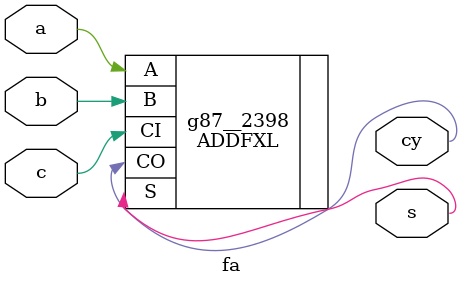
<source format=v>


// Verification Directory fv/fa 

module fa(a, b, c, s, cy);
  input a, b, c;
  output s, cy;
  wire a, b, c;
  wire s, cy;
  ADDFXL g87__2398(.A (a), .B (b), .CI (c), .CO (cy), .S (s));
endmodule


</source>
